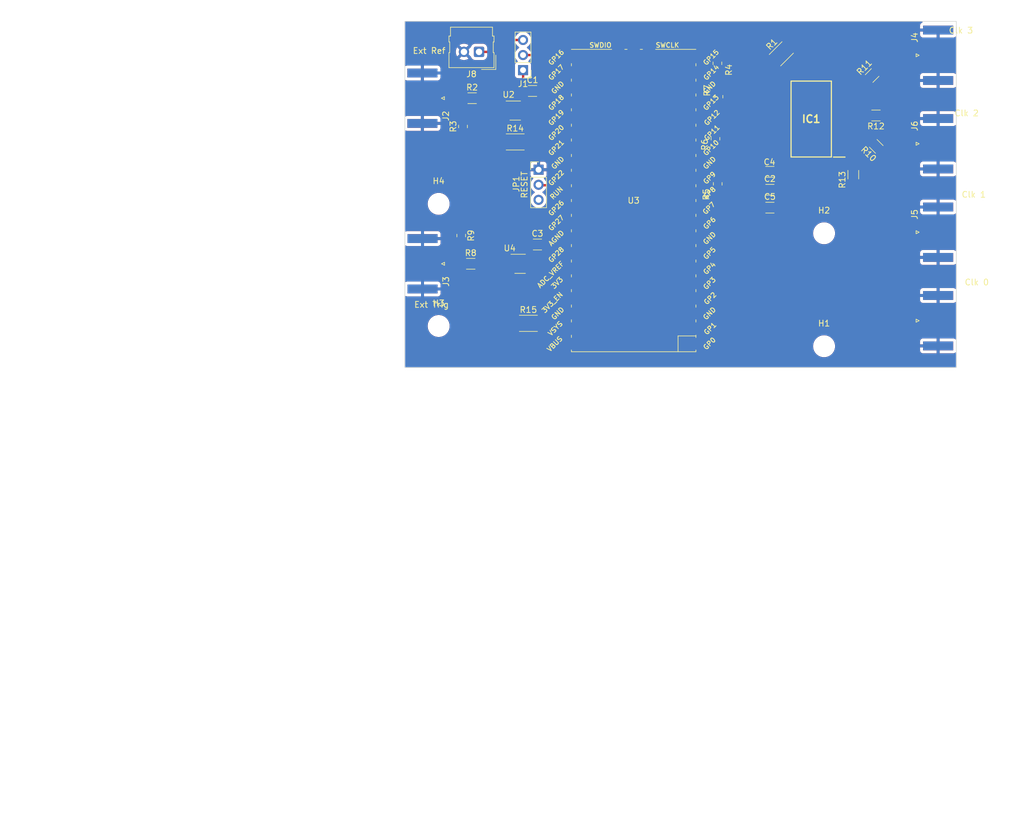
<source format=kicad_pcb>
(kicad_pcb (version 20221018) (generator pcbnew)
  (layers (0 "F.Cu" signal) (31 "B.Cu" signal) (34 "B.Paste" user) (35 "F.Paste" user) (36 "B.SilkS" user "B.Silkscreen") (37 "F.SilkS" user "F.Silkscreen") (38 "B.Mask" user) (39 "F.Mask" user) (44 "Edge.Cuts" user))
  (net 0 "")
  (net 1 "3_3V_Pico")
  (net 2 "GND")
  (net 3 "Net-(IC1-B0)")
  (net 4 "Net-(IC1-B2)")
  (net 5 "Net-(IC1-B4)")
  (net 6 "Net-(IC1-B6)")
  (net 7 "Net-(IC1-A6)")
  (net 8 "Net-(IC1-A4)")
  (net 9 "Net-(IC1-A2)")
  (net 10 "Net-(IC1-A0)")
  (net 11 "Net-(J2-In)")
  (net 12 "Net-(J3-In)")
  (net 13 "PC3")
  (net 14 "PC1")
  (net 15 "PC2")
  (net 16 "PC0")
  (net 18 "Net-(R2-Pad2)")
  (net 19 "Net-(R8-Pad2)")
  (net 21 "Net-(U3-GPIO20)")
  (net 46 "Net-(U3-GPIO0)")
  (net 49 "Net-(JP1-C)")
  (net 51 "Power Supply")
  (net 52 "EXT. PWR")
  (footprint "Connector_Coaxial:SMA_Amphenol_132289_EdgeMount" (layer "F.Cu") (at 176.9752 107.6444)
    (fp_text reference "J7" hide)
    (fp_text value "Pseudoclock 0")
    (pad "1" smd rect (at 0 0 90) (size 1.5 5.08) (layers "F.Cu" "F.Paste" "F.Mask") (net 16 "PC0"))
    (pad "2" smd rect (at 0 -4.25 90) (size 1.5 5.08) (layers "F.Cu" "F.Paste" "F.Mask") (net 2 "GND"))
    (pad "2" smd rect (at 0 -4.25 90) (size 1.5 5.08) (layers "B.Cu" "B.Paste" "B.Mask") (net 2 "GND"))
    (pad "2" smd rect (at 0 4.25 90) (size 1.5 5.08) (layers "F.Cu" "F.Paste" "F.Mask") (net 2 "GND"))
    (pad "2" smd rect (at 0 4.25 90) (size 1.5 5.08) (layers "B.Cu" "B.Paste" "B.Mask") (net 2 "GND"))
  )
  (footprint "Resistor_SMD:R_0805_2012Metric_Pad1.20x1.40mm_HandSolder" (layer "F.Cu") (at 96.5468 93.2888 -90)
    (fp_text reference "R9" (at 0 -1.65 90) (layer "F.SilkS"))
    (fp_text value "47k")
    (pad "1" smd roundrect (at -1 0 270) (size 1.2 1.4) (layers "F.Cu" "F.Paste" "F.Mask") (roundrect_rratio 0.2083333333) (net 2 "GND"))
    (pad "2" smd roundrect (at 1 0 270) (size 1.2 1.4) (layers "F.Cu" "F.Paste" "F.Mask") (roundrect_rratio 0.2083333333) (net 12 "Net-(J3-In)"))
  )
  (footprint "Resistor_SMD:R_2010_5025Metric_Pad1.40x2.65mm_HandSolder" (layer "F.Cu") (at 107.876 108.0892)
    (fp_text reference "R15" (at 0 -2.28) (layer "F.SilkS"))
    (fp_text value "0")
    (pad "1" smd roundrect (at -2.4 0) (size 1.4 2.65) (layers "F.Cu" "F.Paste" "F.Mask") (roundrect_rratio 0.1785707143) (net 2 "GND"))
    (pad "2" smd roundrect (at 2.4 0) (size 1.4 2.65) (layers "F.Cu" "F.Paste" "F.Mask") (roundrect_rratio 0.1785707143) (net 2 "GND"))
  )
  (footprint "Capacitor_SMD:C_1206_3216Metric_Pad1.33x1.80mm_HandSolder" (layer "F.Cu") (at 148.6017 82.5434)
    (fp_text reference "C4" (at -0.061 -1.65) (layer "F.SilkS"))
    (fp_text value "100n")
    (pad "1" smd roundrect (at -1.5625 0) (size 1.325 1.8) (layers "F.Cu" "F.Paste" "F.Mask") (roundrect_rratio 0.1886792453) (net 2 "GND"))
    (pad "2" smd roundrect (at 1.5625 0) (size 1.325 1.8) (layers "F.Cu" "F.Paste" "F.Mask") (roundrect_rratio 0.1886792453) (net 51 "Power Supply"))
  )
  (footprint "Capacitor_SMD:C_1206_3216Metric_Pad1.33x1.80mm_HandSolder" (layer "F.Cu") (at 148.6017 88.5834)
    (fp_text reference "C5" (at 0 -1.85) (layer "F.SilkS"))
    (fp_text value "10uF")
    (pad "1" smd roundrect (at -1.5625 0) (size 1.325 1.8) (layers "F.Cu" "F.Paste" "F.Mask") (roundrect_rratio 0.1886792453) (net 2 "GND"))
    (pad "2" smd roundrect (at 1.5625 0) (size 1.325 1.8) (layers "F.Cu" "F.Paste" "F.Mask") (roundrect_rratio 0.1886792453) (net 51 "Power Supply"))
  )
  (footprint "Package_TO_SOT_SMD:SOT-23-5_HandSoldering" (layer "F.Cu") (at 106.4768 98.0488)
    (fp_text reference "U4" (at -1.75 -2.63) (layer "F.SilkS"))
    (fp_text value "74LVC1G17")
    (pad "1" smd rect (at -1.35 -0.95) (size 1.56 0.65) (layers "F.Cu" "F.Paste" "F.Mask"))
    (pad "2" smd rect (at -1.35 0) (size 1.56 0.65) (layers "F.Cu" "F.Paste" "F.Mask") (net 19 "Net-(R8-Pad2)"))
    (pad "3" smd rect (at -1.35 0.95) (size 1.56 0.65) (layers "F.Cu" "F.Paste" "F.Mask") (net 2 "GND"))
    (pad "4" smd rect (at 1.35 0.95) (size 1.56 0.65) (layers "F.Cu" "F.Paste" "F.Mask") (net 46 "Net-(U3-GPIO0)"))
    (pad "5" smd rect (at 1.35 -0.95) (size 1.56 0.65) (layers "F.Cu" "F.Paste" "F.Mask") (net 1 "3_3V_Pico"))
  )
  (footprint "Resistor_SMD:R_1206_3216Metric_Pad1.30x1.75mm_HandSolder" (layer "F.Cu") (at 165.842 66.2962 -135)
    (fp_text reference "R11" (at -0.035 1.895 45) (layer "F.SilkS"))
    (fp_text value "49.9")
    (pad "1" smd roundrect (at -1.55 0 225) (size 1.3 1.75) (layers "F.Cu" "F.Paste" "F.Mask") (roundrect_rratio 0.1923076923) (net 13 "PC3"))
    (pad "2" smd roundrect (at 1.55 0 225) (size 1.3 1.75) (layers "F.Cu" "F.Paste" "F.Mask") (roundrect_rratio 0.1923076923) (net 7 "Net-(IC1-A6)"))
  )
  (footprint "Connector_Coaxial:SMA_Amphenol_132289_EdgeMount" (layer "F.Cu") (at 90.02 98.0468 180)
    (fp_text reference "J3" (at -3.96 -3 90) (layer "F.SilkS"))
    (fp_text value "Ext. Trig.")
    (pad "1" smd rect (at 0 0 270) (size 1.5 5.08) (layers "F.Cu" "F.Paste" "F.Mask") (net 12 "Net-(J3-In)"))
    (pad "2" smd rect (at 0 -4.25 270) (size 1.5 5.08) (layers "F.Cu" "F.Paste" "F.Mask") (net 2 "GND"))
    (pad "2" smd rect (at 0 -4.25 270) (size 1.5 5.08) (layers "B.Cu" "B.Paste" "B.Mask") (net 2 "GND"))
    (pad "2" smd rect (at 0 4.25 270) (size 1.5 5.08) (layers "F.Cu" "F.Paste" "F.Mask") (net 2 "GND"))
    (pad "2" smd rect (at 0 4.25 270) (size 1.5 5.08) (layers "B.Cu" "B.Paste" "B.Mask") (net 2 "GND"))
  )
  (footprint "MountingHole:MountingHole_3.2mm_M3_ISO7380" (layer "F.Cu") (at 92.742 87.9412)
    (fp_text reference "H4" (at 0 -3.85) (layer "F.SilkS"))
    (fp_text value "MountingHole")
    (pad "" np_thru_hole circle (at 0 0) (size 3.2 3.2) (drill 3.2) (layers "*.Cu" "*.Mask"))
  )
  (footprint "Resistor_SMD:R_1206_3216Metric_Pad1.30x1.75mm_HandSolder" (layer "F.Cu") (at 98.15055 98.0468)
    (fp_text reference "R8" (at 0 -1.82) (layer "F.SilkS"))
    (fp_text value "500")
    (pad "1" smd roundrect (at -1.55 0) (size 1.3 1.75) (layers "F.Cu" "F.Paste" "F.Mask") (roundrect_rratio 0.1923076923) (net 12 "Net-(J3-In)"))
    (pad "2" smd roundrect (at 1.55 0) (size 1.3 1.75) (layers "F.Cu" "F.Paste" "F.Mask") (roundrect_rratio 0.1923076923) (net 19 "Net-(R8-Pad2)"))
  )
  (footprint "Resistor_SMD:R_2010_5025Metric_Pad1.40x2.65mm_HandSolder" (layer "F.Cu") (at 150.5312 62.6354 45)
    (fp_text reference "R1" (at 0 -2.28 45) (layer "F.SilkS"))
    (fp_text value "0")
    (pad "1" smd roundrect (at -2.4 0 45) (size 1.4 2.65) (layers "F.Cu" "F.Paste" "F.Mask") (roundrect_rratio 0.1785707143) (net 2 "GND"))
    (pad "2" smd roundrect (at 2.4 0 45) (size 1.4 2.65) (layers "F.Cu" "F.Paste" "F.Mask") (roundrect_rratio 0.1785707143) (net 2 "GND"))
  )
  (footprint "Resistor_SMD:R_0805_2012Metric_Pad1.20x1.40mm_HandSolder" (layer "F.Cu") (at 139.752 64.2362 -90)
    (fp_text reference "R4" (at 1.11 -1.93 90) (layer "F.SilkS"))
    (fp_text value "10k")
    (pad "1" smd roundrect (at -1 0 270) (size 1.2 1.4) (layers "F.Cu" "F.Paste" "F.Mask") (roundrect_rratio 0.2083333333) (net 6 "Net-(IC1-B6)"))
    (pad "2" smd roundrect (at 1 0 270) (size 1.2 1.4) (layers "F.Cu" "F.Paste" "F.Mask") (roundrect_rratio 0.2083333333) (net 2 "GND"))
  )
  (footprint "Capacitor_SMD:C_1206_3216Metric_Pad1.33x1.80mm_HandSolder" (layer "F.Cu") (at 148.6017 85.5634)
    (fp_text reference "C2" (at 0 -1.85) (layer "F.SilkS"))
    (fp_text value ".1uF")
    (pad "1" smd roundrect (at -1.5625 0) (size 1.325 1.8) (layers "F.Cu" "F.Paste" "F.Mask") (roundrect_rratio 0.1886792453) (net 2 "GND"))
    (pad "2" smd roundrect (at 1.5625 0) (size 1.325 1.8) (layers "F.Cu" "F.Paste" "F.Mask") (roundrect_rratio 0.1886792453) (net 51 "Power Supply"))
  )
  (footprint "Resistor_SMD:R_0805_2012Metric_Pad1.20x1.40mm_HandSolder" (layer "F.Cu") (at 139.422 76.9562 90)
    (fp_text reference "R6" (at -1 -1.81 90) (layer "F.SilkS"))
    (fp_text value "10k")
    (pad "1" smd roundrect (at -1 0 90) (size 1.2 1.4) (layers "F.Cu" "F.Paste" "F.Mask") (roundrect_rratio 0.2083333333) (net 2 "GND"))
    (pad "2" smd roundrect (at 1 0 90) (size 1.2 1.4) (layers "F.Cu" "F.Paste" "F.Mask") (roundrect_rratio 0.2083333333) (net 4 "Net-(IC1-B2)"))
  )
  (footprint "Connector_Coaxial:SMA_Amphenol_132289_EdgeMount" (layer "F.Cu") (at 176.9752 77.8044)
    (fp_text reference "J6" (at -3.96 -3 90) (layer "F.SilkS"))
    (fp_text value "Pseudoclock 2")
    (pad "1" smd rect (at 0 0 90) (size 1.5 5.08) (layers "F.Cu" "F.Paste" "F.Mask") (net 15 "PC2"))
    (pad "2" smd rect (at 0 -4.25 90) (size 1.5 5.08) (layers "F.Cu" "F.Paste" "F.Mask") (net 2 "GND"))
    (pad "2" smd rect (at 0 -4.25 90) (size 1.5 5.08) (layers "B.Cu" "B.Paste" "B.Mask") (net 2 "GND"))
    (pad "2" smd rect (at 0 4.25 90) (size 1.5 5.08) (layers "F.Cu" "F.Paste" "F.Mask") (net 2 "GND"))
    (pad "2" smd rect (at 0 4.25 90) (size 1.5 5.08) (layers "B.Cu" "B.Paste" "B.Mask") (net 2 "GND"))
  )
  (footprint "Resistor_SMD:R_1206_3216Metric_Pad1.30x1.75mm_HandSolder" (layer "F.Cu") (at 166.492 73.0362 180)
    (fp_text reference "R12" (at 0 -1.82) (layer "F.SilkS"))
    (fp_text value "49.9")
    (pad "1" smd roundrect (at -1.55 0 180) (size 1.3 1.75) (layers "F.Cu" "F.Paste" "F.Mask") (roundrect_rratio 0.1923076923) (net 15 "PC2"))
    (pad "2" smd roundrect (at 1.55 0 180) (size 1.3 1.75) (layers "F.Cu" "F.Paste" "F.Mask") (roundrect_rratio 0.1923076923) (net 8 "Net-(IC1-A4)"))
  )
  (footprint "Connector_Coaxial:SMA_Amphenol_132289_EdgeMount" (layer "F.Cu") (at 176.9752 62.8844)
    (fp_text reference "J4" (at -3.96 -3 90) (layer "F.SilkS"))
    (fp_text value "Pseudoclock 3")
    (pad "1" smd rect (at 0 0 90) (size 1.5 5.08) (layers "F.Cu" "F.Paste" "F.Mask") (net 13 "PC3"))
    (pad "2" smd rect (at 0 -4.25 90) (size 1.5 5.08) (layers "F.Cu" "F.Paste" "F.Mask") (net 2 "GND"))
    (pad "2" smd rect (at 0 -4.25 90) (size 1.5 5.08) (layers "B.Cu" "B.Paste" "B.Mask") (net 2 "GND"))
    (pad "2" smd rect (at 0 4.25 90) (size 1.5 5.08) (layers "F.Cu" "F.Paste" "F.Mask") (net 2 "GND"))
    (pad "2" smd rect (at 0 4.25 90) (size 1.5 5.08) (layers "B.Cu" "B.Paste" "B.Mask") (net 2 "GND"))
  )
  (footprint "Capacitor_SMD:C_1206_3216Metric_Pad1.33x1.80mm_HandSolder" (layer "F.Cu") (at 109.4022 94.7994)
    (fp_text reference "C3" (at 0 -1.85) (layer "F.SilkS"))
    (fp_text value "100n")
    (pad "1" smd roundrect (at -1.5625 0) (size 1.325 1.8) (layers "F.Cu" "F.Paste" "F.Mask") (roundrect_rratio 0.1886792453) (net 1 "3_3V_Pico"))
    (pad "2" smd roundrect (at 1.5625 0) (size 1.325 1.8) (layers "F.Cu" "F.Paste" "F.Mask") (roundrect_rratio 0.1886792453) (net 2 "GND"))
  )
  (footprint "Connector_PinHeader_2.54mm:PinHeader_1x03_P2.54mm_Vertical" (layer "F.Cu") (at 106.9702 65.3854 180)
    (fp_text reference "J1" (at 0 -2.33) (layer "F.SilkS"))
    (fp_text value "PWR SEL")
    (pad "1" thru_hole rect (at 0 0 180) (size 1.7 1.7) (drill 1) (layers "*.Cu" "*.Mask") (net 1 "3_3V_Pico"))
    (pad "2" thru_hole oval (at 0 2.54 180) (size 1.7 1.7) (drill 1) (layers "*.Cu" "*.Mask") (net 51 "Power Supply"))
    (pad "3" thru_hole oval (at 0 5.08 180) (size 1.7 1.7) (drill 1) (layers "*.Cu" "*.Mask") (net 52 "EXT. PWR"))
  )
  (footprint "MountingHole:MountingHole_3.2mm_M3_ISO7380" (layer "F.Cu") (at 157.742 111.9522)
    (fp_text reference "H1" (at 0 -3.85) (layer "F.SilkS"))
    (fp_text value "MountingHole")
    (pad "" np_thru_hole circle (at 0 0) (size 3.2 3.2) (drill 3.2) (layers "*.Cu" "*.Mask"))
  )
  (footprint "Connector_Coaxial:SMA_Amphenol_132289_EdgeMount" (layer "F.Cu") (at 89.9993 70.1228 180)
    (fp_text reference "J2" (at -3.96 -3 90) (layer "F.SilkS"))
    (fp_text value "Ext. Clock")
    (pad "1" smd rect (at 0 0 270) (size 1.5 5.08) (layers "F.Cu" "F.Paste" "F.Mask") (net 11 "Net-(J2-In)"))
    (pad "2" smd rect (at 0 -4.25 270) (size 1.5 5.08) (layers "F.Cu" "F.Paste" "F.Mask") (net 2 "GND"))
    (pad "2" smd rect (at 0 -4.25 270) (size 1.5 5.08) (layers "B.Cu" "B.Paste" "B.Mask") (net 2 "GND"))
    (pad "2" smd rect (at 0 4.25 270) (size 1.5 5.08) (layers "F.Cu" "F.Paste" "F.Mask") (net 2 "GND"))
    (pad "2" smd rect (at 0 4.25 270) (size 1.5 5.08) (layers "B.Cu" "B.Paste" "B.Mask") (net 2 "GND"))
  )
  (footprint "Resistor_SMD:R_0805_2012Metric_Pad1.20x1.40mm_HandSolder" (layer "F.Cu") (at 139.802 84.5662 90)
    (fp_text reference "R5" (at -1.78 -1.93 90) (layer "F.SilkS"))
    (fp_text value "10k")
    (pad "1" smd roundrect (at -1 0 90) (size 1.2 1.4) (layers "F.Cu" "F.Paste" "F.Mask") (roundrect_rratio 0.2083333333) (net 2 "GND"))
    (pad "2" smd roundrect (at 1 0 90) (size 1.2 1.4) (layers "F.Cu" "F.Paste" "F.Mask") (roundrect_rratio 0.2083333333) (net 3 "Net-(IC1-B0)"))
  )
  (footprint "MountingHole:MountingHole_3.2mm_M3_ISO7380" (layer "F.Cu") (at 157.742 92.9022)
    (fp_text reference "H2" (at 0 -3.85) (layer "F.SilkS"))
    (fp_text value "MountingHole")
    (pad "" np_thru_hole circle (at 0 0) (size 3.2 3.2) (drill 3.2) (layers "*.Cu" "*.Mask"))
  )
  (footprint "Resistor_SMD:R_0805_2012Metric_Pad1.20x1.40mm_HandSolder" (layer "F.Cu") (at 139.932 69.8662 90)
    (fp_text reference "R7" (at 1.04 -1.92 90) (layer "F.SilkS"))
    (fp_text value "10k")
    (pad "1" smd roundrect (at -1 0 90) (size 1.2 1.4) (layers "F.Cu" "F.Paste" "F.Mask") (roundrect_rratio 0.2083333333) (net 5 "Net-(IC1-B4)"))
    (pad "2" smd roundrect (at 1 0 90) (size 1.2 1.4) (layers "F.Cu" "F.Paste" "F.Mask") (roundrect_rratio 0.2083333333) (net 2 "GND"))
  )
  (footprint "Package_TO_SOT_SMD:SOT-23-5_HandSoldering" (layer "F.Cu") (at 105.6562 72.2104)
    (fp_text reference "U2" (at -1.1176 -2.6924) (layer "F.SilkS"))
    (fp_text value "74LVC1G34")
    (pad "1" smd rect (at -1.35 -0.95) (size 1.56 0.65) (layers "F.Cu" "F.Paste" "F.Mask"))
    (pad "2" smd rect (at -1.35 0) (size 1.56 0.65) (layers "F.Cu" "F.Paste" "F.Mask") (net 18 "Net-(R2-Pad2)"))
    (pad "3" smd rect (at -1.35 0.95) (size 1.56 0.65) (layers "F.Cu" "F.Paste" "F.Mask") (net 2 "GND"))
    (pad "4" smd rect (at 1.35 0.95) (size 1.56 0.65) (layers "F.Cu" "F.Paste" "F.Mask") (net 21 "Net-(U3-GPIO20)"))
    (pad "5" smd rect (at 1.35 -0.95) (size 1.56 0.65) (layers "F.Cu" "F.Paste" "F.Mask") (net 1 "3_3V_Pico"))
  )
  (footprint "Resistor_SMD:R_1206_3216Metric_Pad1.30x1.75mm_HandSolder" (layer "F.Cu") (at 162.672 83.0162 90)
    (fp_text reference "R13" (at -0.87 -1.86 90) (layer "F.SilkS"))
    (fp_text value "49.9")
    (pad "1" smd roundrect (at -1.55 0 90) (size 1.3 1.75) (layers "F.Cu" "F.Paste" "F.Mask") (roundrect_rratio 0.1923076923) (net 16 "PC0"))
    (pad "2" smd roundrect (at 1.55 0 90) (size 1.3 1.75) (layers "F.Cu" "F.Paste" "F.Mask") (roundrect_rratio 0.1923076923) (net 10 "Net-(IC1-A0)"))
  )
  (footprint "MCU_RaspberryPi_and_Boards:RPi_Pico_SMD" (layer "F.Cu") (at 125.6246 87.3808 180)
    (fp_text reference "U3" (at 0 0) (layer "F.SilkS"))
    (fp_text value "Pico")
    (fp_text user "VBUS" (at 13.3 -24.2 45) (layer "F.SilkS") (effects (font (size 0.8 0.8))))
    (fp_text user "ADC_VREF" (at 14 -12.5 45) (layer "F.SilkS") (effects (font (size 0.8 0.8))))
    (fp_text user "GND" (at 12.8 6.35 45) (layer "F.SilkS") (effects (font (size 0.8 0.8))))
    (fp_text user "GP20" (at 13.054 11.43 45) (layer "F.SilkS") (effects (font (size 0.8 0.8))))
    (fp_text user "GP14" (at -13.1 21.59 45) (layer "F.SilkS") (effects (font (size 0.8 0.8))))
    (fp_text user "GP16" (at 13.054 24.13 45) (layer "F.SilkS") (effects (font (size 0.8 0.8))))
    (fp_text user "GP26" (at 13.054 -1.27 45) (layer "F.SilkS") (effects (font (size 0.8 0.8))))
    (fp_text user "AGND" (at 13.054 -6.35 45) (layer "F.SilkS") (effects (font (size 0.8 0.8))))
    (fp_text user "GP11" (at -13.2 11.43 45) (layer "F.SilkS") (effects (font (size 0.8 0.8))))
    (fp_text user "VSYS" (at 13.2 -21.59 45) (layer "F.SilkS") (effects (font (size 0.8 0.8))))
    (fp_text user "GND" (at 12.8 19.05 45) (layer "F.SilkS") (effects (font (size 0.8 0.8))))
    (fp_text user "GP12" (at -13.2 13.97 45) (layer "F.SilkS") (effects (font (size 0.8 0.8))))
    (fp_text user "GP28" (at 13.054 -9.144 45) (layer "F.SilkS") (effects (font (size 0.8 0.8))))
    (fp_text user "3V3" (at 12.9 -13.9 45) (layer "F.SilkS") (effects (font (size 0.8 0.8))))
    (fp_text user "GP3" (at -12.8 -13.97 45) (layer "F.SilkS") (effects (font (size 0.8 0.8))))
    (fp_text user "GP13" (at -13.054 16.51 45) (layer "F.SilkS") (effects (font (size 0.8 0.8))))
    (fp_text user "GND" (at 12.8 -19.05 45) (layer "F.SilkS") (effects (font (size 0.8 0.8))))
    (fp_text user "GND" (at -12.8 -6.35 45) (layer "F.SilkS") (effects (font (size 0.8 0.8))))
    (fp_text user "GP22" (at 13.054 3.81 45) (layer "F.SilkS") (effects (font (size 0.8 0.8))))
    (fp_text user "RUN" (at 13 1.27 45) (layer "F.SilkS") (effects (font (size 0.8 0.8))))
    (fp_text user "3V3_EN" (at 13.7 -17.2 45) (layer "F.SilkS") (effects (font (size 0.8 0.8))))
    (fp_text user "GP17" (at 13.054 21.59 45) (layer "F.SilkS") (effects (font (size 0.8 0.8))))
    (fp_text user "GP1" (at -12.9 -21.6 45) (layer "F.SilkS") (effects (font (size 0.8 0.8))))
    (fp_text user "GP6" (at -12.8 -3.81 45) (layer "F.SilkS") (effects (font (size 0.8 0.8))))
    (fp_text user "GP21" (at 13.054 8.9 45) (layer "F.SilkS") (effects (font (size 0.8 0.8))))
    (fp_text user "GND" (at -12.8 19.05 45) (layer "F.SilkS") (effects (font (size 0.8 0.8))))
    (fp_text user "GP19" (at 13.054 13.97 45) (layer "F.SilkS") (effects (font (size 0.8 0.8))))
    (fp_text user "GP0" (at -12.8 -24.13 45) (layer "F.SilkS") (effects (font (size 0.8 0.8))))
    (fp_text user "GND" (at -12.8 6.35 45) (layer "F.SilkS") (effects (font (size 0.8 0.8))))
    (fp_text user "GP9" (at -12.8 3.81 45) (layer "F.SilkS") (effects (font (size 0.8 0.8))))
    (fp_text user "SWCLK" (at -5.7 26.2) (layer "F.SilkS") (effects (font (size 0.8 0.8))))
    (fp_text user "GP4" (at -12.8 -11.43 45) (layer "F.SilkS") (effects (font (size 0.8 0.8))))
    (fp_text user "GP7" (at -12.7 -1.3 45) (layer "F.SilkS") (effects (font (size 0.8 0.8))))
    (fp_text user "GP8" (at -12.8 1.27 45) (layer "F.SilkS") (effects (font (size 0.8 0.8))))
    (fp_text user "GP27" (at 13.054 -3.8 45) (layer "F.SilkS") (effects (font (size 0.8 0.8))))
    (fp_text user "SWDIO" (at 5.6 26.2) (layer "F.SilkS") (effects (font (size 0.8 0.8))))
    (fp_text user "GP2" (at -12.9 -16.51 45) (layer "F.SilkS") (effects (font (size 0.8 0.8))))
    (fp_text user "GP10" (at -13.054 8.89 45) (layer "F.SilkS") (effects (font (size 0.8 0.8))))
    (fp_text user "GP5" (at -12.8 -8.89 45) (layer "F.SilkS") (effects (font (size 0.8 0.8))))
    (fp_text user "GP18" (at 13.054 16.51 45) (layer "F.SilkS") (effects (font (size 0.8 0.8))))
    (fp_text user "GND" (at -12.8 -19.05 45) (layer "F.SilkS") (effects (font (size 0.8 0.8))))
    (fp_text user "GP15" (at -13.054 24.13 45) (layer "F.SilkS") (effects (font (size 0.8 0.8))))
    (pad "1" smd rect (at -8.89 -24.13 180) (size 3.5 1.7) (drill (offset -0.9 0)) (layers "F.Cu" "F.Mask") (net 46 "Net-(U3-GPIO0)"))
    (pad "2" smd rect (at -8.89 -21.59 180) (size 3.5 1.7) (drill (offset -0.9 0)) (layers "F.Cu" "F.Mask"))
    (pad "3" smd rect (at -8.89 -19.05 180) (size 3.5 1.7) (drill (offset -0.9 0)) (layers "F.Cu" "F.Mask") (net 2 "GND"))
    (pad "4" smd rect (at -8.89 -16.51 180) (size 3.5 1.7) (drill (offset -0.9 0)) (layers "F.Cu" "F.Mask"))
    (pad "5" smd rect (at -8.89 -13.97 180) (size 3.5 1.7) (drill (offset -0.9 0)) (layers "F.Cu" "F.Mask"))
    (pad "6" smd rect (at -8.89 -11.43 180) (size 3.5 1.7) (drill (offset -0.9 0)) (layers "F.Cu" "F.Mask"))
    (pad "7" smd rect (at -8.89 -8.89 180) (size 3.5 1.7) (drill (offset -0.9 0)) (layers "F.Cu" "F.Mask"))
    (pad "8" smd rect (at -8.89 -6.35 180) (size 3.5 1.7) (drill (offset -0.9 0)) (layers "F.Cu" "F.Mask") (net 2 "GND"))
    (pad "9" smd rect (at -8.89 -3.81 180) (size 3.5 1.7) (drill (offset -0.9 0)) (layers "F.Cu" "F.Mask"))
    (pad "10" smd rect (at -8.89 -1.27 180) (size 3.5 1.7) (drill (offset -0.9 0)) (layers "F.Cu" "F.Mask"))
    (pad "11" smd rect (at -8.89 1.27 180) (size 3.5 1.7) (drill (offset -0.9 0)) (layers "F.Cu" "F.Mask"))
    (pad "12" smd rect (at -8.89 3.81 180) (size 3.5 1.7) (drill (offset -0.9 0)) (layers "F.Cu" "F.Mask") (net 3 "Net-(IC1-B0)"))
    (pad "13" smd rect (at -8.89 6.35 180) (size 3.5 1.7) (drill (offset -0.9 0)) (layers "F.Cu" "F.Mask") (net 2 "GND"))
    (pad "14" smd rect (at -8.89 8.89 180) (size 3.5 1.7) (drill (offset -0.9 0)) (layers "F.Cu" "F.Mask"))
    (pad "15" smd rect (at -8.89 11.43 180) (size 3.5 1.7) (drill (offset -0.9 0)) (layers "F.Cu" "F.Mask") (net 4 "Net-(IC1-B2)"))
    (pad "16" smd rect (at -8.89 13.97 180) (size 3.5 1.7) (drill (offset -0.9 0)) (layers "F.Cu" "F.Mask"))
    (pad "17" smd rect (at -8.89 16.51 180) (size 3.5 1.7) (drill (offset -0.9 0)) (layers "F.Cu" "F.Mask") (net 5 "Net-(IC1-B4)"))
    (pad "18" smd rect (at -8.89 19.05 180) (size 3.5 1.7) (drill (offset -0.9 0)) (layers "F.Cu" "F.Mask") (net 2 "GND"))
    (pad "19" smd rect (at -8.89 21.59 180) (size 3.5 1.7) (drill (offset -0.9 0)) (layers "F.Cu" "F.Mask"))
    (pad "20" smd rect (at -8.89 24.13 180) (size 3.5 1.7) (drill (offset -0.9 0)) (layers "F.Cu" "F.Mask") (net 6 "Net-(IC1-B6)"))
    (pad "21" smd rect (at 8.89 24.13 180) (size 3.5 1.7) (drill (offset 0.9 0)) (layers "F.Cu" "F.Mask"))
    (pad "22" smd rect (at 8.89 21.59 180) (size 3.5 1.7) (drill (offset 0.9 0)) (layers "F.Cu" "F.Mask"))
    (pad "23" smd rect (at 8.89 19.05 180) (size 3.5 1.7) (drill (offset 0.9 0)) (layers "F.Cu" "F.Mask") (net 2 "GND"))
    (pad "24" smd rect (at 8.89 16.51 180) (size 3.5 1.7) (drill (offset 0.9 0)) (layers "F.Cu" "F.Mask"))
    (pad "25" smd rect (at 8.89 13.97 180) (size 3.5 1.7) (drill (offset 0.9 0)) (layers "F.Cu" "F.Mask"))
    (pad "26" smd rect (at 8.89 11.43 180) (size 3.5 1.7) (drill (offset 0.9 0)) (layers "F.Cu" "F.Mask") (net 21 "Net-(U3-GPIO20)"))
    (pad "27" smd rect (at 8.89 8.89 180) (size 3.5 1.7) (drill (offset 0.9 0)) (layers "F.Cu" "F.Mask"))
    (pad "28" smd rect (at 8.89 6.35 180) (size 3.5 1.7) (drill (offset 0.9 0)) (layers "F.Cu" "F.Mask") (net 2 "GND"))
    (pad "29" smd rect (at 8.89 3.81 180) (size 3.5 1.7) (drill (offset 0.9 0)) (layers "F.Cu" "F.Mask"))
    (pad "30" smd rect (at 8.89 1.27 180) (size 3.5 1.7) (drill (offset 0.9 0)) (layers "F.Cu" "F.Mask") (net 49 "Net-(JP1-C)"))
    (pad "31" smd rect (at 8.89 -1.27 180) (size 3.5 1.7) (drill (offset 0.9 0)) (layers "F.Cu" "F.Mask"))
    (pad "32" smd rect (at 8.89 -3.81 180) (size 3.5 1.7) (drill (offset 0.9 0)) (layers "F.Cu" "F.Mask"))
    (pad "33" smd rect (at 8.89 -6.35 180) (size 3.5 1.7) (drill (offset 0.9 0)) (layers "F.Cu" "F.Mask") (net 2 "GND"))
    (pad "34" smd rect (at 8.89 -8.89 180) (size 3.5 1.7) (drill (offset 0.9 0)) (layers "F.Cu" "F.Mask"))
    (pad "35" smd rect (at 8.89 -11.43 180) (size 3.5 1.7) (drill (offset 0.9 0)) (layers "F.Cu" "F.Mask"))
    (pad "36" smd rect (at 8.89 -13.97 180) (size 3.5 1.7) (drill (offset 0.9 0)) (layers "F.Cu" "F.Mask") (net 1 "3_3V_Pico"))
    (pad "37" smd rect (at 8.89 -16.51 180) (size 3.5 1.7) (drill (offset 0.9 0)) (layers "F.Cu" "F.Mask"))
    (pad "38" smd rect (at 8.89 -19.05 180) (size 3.5 1.7) (drill (offset 0.9 0)) (layers "F.Cu" "F.Mask") (net 2 "GND"))
    (pad "39" smd rect (at 8.89 -21.59 180) (size 3.5 1.7) (drill (offset 0.9 0)) (layers "F.Cu" "F.Mask"))
    (pad "40" smd rect (at 8.89 -24.13 180) (size 3.5 1.7) (drill (offset 0.9 0)) (layers "F.Cu" "F.Mask"))
    (pad "41" smd rect (at -2.54 23.9 270) (size 3.5 1.7) (drill (offset -0.9 0)) (layers "F.Cu" "F.Mask"))
    (pad "42" smd rect (at 0 23.9 270) (size 3.5 1.7) (drill (offset -0.9 0)) (layers "F.Cu" "F.Mask") (net 2 "GND"))
    (pad "43" smd rect (at 2.54 23.9 270) (size 3.5 1.7) (drill (offset -0.9 0)) (layers "F.Cu" "F.Mask"))
  )
  (footprint "Resistor_SMD:R_1206_3216Metric_Pad1.30x1.75mm_HandSolder" (layer "F.Cu") (at 166.542 78.2462 135)
    (fp_text reference "R10" (at 0 -1.82 135) (layer "F.SilkS"))
    (fp_text value "49.9")
    (pad "1" smd roundrect (at -1.55 0 135) (size 1.3 1.75) (layers "F.Cu" "F.Paste" "F.Mask") (roundrect_rratio 0.1923076923) (net 14 "PC1"))
    (pad "2" smd roundrect (at 1.55 0 135) (size 1.3 1.75) (layers "F.Cu" "F.Paste" "F.Mask") (roundrect_rratio 0.1923076923) (net 9 "Net-(IC1-A2)"))
  )
  (footprint "Connector_Molex:Molex_SL_171971-0002_1x02_P2.54mm_Vertical" (layer "F.Cu") (at 99.5482 62.3094 180)
    (fp_text reference "J8" (at 1.27 -3.75) (layer "F.SilkS"))
    (fp_text value "EXT PWR")
    (pad "1" thru_hole roundrect (at 0 0 180) (size 1.74 1.74) (drill 1.09) (layers "*.Cu" "*.Mask") (roundrect_rratio 0.1436781609) (net 52 "EXT. PWR"))
    (pad "2" thru_hole circle (at 2.54 0 180) (size 1.74 1.74) (drill 1.09) (layers "*.Cu" "*.Mask") (net 2 "GND"))
  )
  (footprint "Connector_Coaxial:SMA_Amphenol_132289_EdgeMount" (layer "F.Cu") (at 176.9752 92.7244)
    (fp_text reference "J5" (at -3.96 -3 90) (layer "F.SilkS"))
    (fp_text value "Pseudoclock 1")
    (pad "1" smd rect (at 0 0 90) (size 1.5 5.08) (layers "F.Cu" "F.Paste" "F.Mask") (net 14 "PC1"))
    (pad "2" smd rect (at 0 -4.25 90) (size 1.5 5.08) (layers "F.Cu" "F.Paste" "F.Mask") (net 2 "GND"))
    (pad "2" smd rect (at 0 -4.25 90) (size 1.5 5.08) (layers "B.Cu" "B.Paste" "B.Mask") (net 2 "GND"))
    (pad "2" smd rect (at 0 4.25 90) (size 1.5 5.08) (layers "F.Cu" "F.Paste" "F.Mask") (net 2 "GND"))
    (pad "2" smd rect (at 0 4.25 90) (size 1.5 5.08) (layers "B.Cu" "B.Paste" "B.Mask") (net 2 "GND"))
  )
  (footprint "Resistor_SMD:R_1206_3216Metric_Pad1.30x1.75mm_HandSolder" (layer "F.Cu") (at 98.3868 70.1228)
    (fp_text reference "R2" (at 0 -1.82) (layer "F.SilkS"))
    (fp_text value "500")
    (pad "1" smd roundrect (at -1.55 0) (size 1.3 1.75) (layers "F.Cu" "F.Paste" "F.Mask") (roundrect_rratio 0.1923076923) (net 11 "Net-(J2-In)"))
    (pad "2" smd roundrect (at 1.55 0) (size 1.3 1.75) (layers "F.Cu" "F.Paste" "F.Mask") (roundrect_rratio 0.1923076923) (net 18 "Net-(R2-Pad2)"))
  )
  (footprint "MountingHole:MountingHole_3.2mm_M3_ISO7380" (layer "F.Cu") (at 92.742 108.5412)
    (fp_text reference "H3" (at 0 -3.85) (layer "F.SilkS"))
    (fp_text value "MountingHole")
    (pad "" np_thru_hole circle (at 0 0) (size 3.2 3.2) (drill 3.2) (layers "*.Cu" "*.Mask"))
  )
  (footprint "Resistor_SMD:R_0805_2012Metric_Pad1.20x1.40mm_HandSolder" (layer "F.Cu") (at 96.8468 74.8888 90)
    (fp_text reference "R3" (at 0 -1.65 90) (layer "F.SilkS"))
    (fp_text value "47k")
    (pad "1" smd roundrect (at -1 0 90) (size 1.2 1.4) (layers "F.Cu" "F.Paste" "F.Mask") (roundrect_rratio 0.2083333333) (net 2 "GND"))
    (pad "2" smd roundrect (at 1 0 90) (size 1.2 1.4) (layers "F.Cu" "F.Paste" "F.Mask") (roundrect_rratio 0.2083333333) (net 11 "Net-(J2-In)"))
  )
  (footprint "Capacitor_SMD:C_1206_3216Metric_Pad1.33x1.80mm_HandSolder" (layer "F.Cu") (at 108.5732 68.9004)
    (fp_text reference "C1" (at 0 -1.85) (layer "F.SilkS"))
    (fp_text value "100n")
    (pad "1" smd roundrect (at -1.5625 0) (size 1.325 1.8) (layers "F.Cu" "F.Paste" "F.Mask") (roundrect_rratio 0.1886792453) (net 1 "3_3V_Pico"))
    (pad "2" smd roundrect (at 1.5625 0) (size 1.325 1.8) (layers "F.Cu" "F.Paste" "F.Mask") (roundrect_rratio 0.1886792453) (net 2 "GND"))
  )
  (footprint "Resistor_SMD:R_2010_5025Metric_Pad1.40x2.65mm_HandSolder" (layer "F.Cu") (at 105.6522 77.4954)
    (fp_text reference "R14" (at 0 -2.28) (layer "F.SilkS"))
    (fp_text value "0")
    (pad "1" smd roundrect (at -2.4 0) (size 1.4 2.65) (layers "F.Cu" "F.Paste" "F.Mask") (roundrect_rratio 0.1785707143) (net 2 "GND"))
    (pad "2" smd roundrect (at 2.4 0) (size 1.4 2.65) (layers "F.Cu" "F.Paste" "F.Mask") (roundrect_rratio 0.1785707143) (net 2 "GND"))
  )
  (footprint "ICs:SOIC127P1032X265-20N" (layer "F.Cu") (at 155.572 73.6362 180)
    (fp_text reference "IC1" (at 0 0) (layer "F.SilkS") (effects (font (size 1.27 1.27) (thickness 0.254))))
    (fp_text value "74LVT245D,118" hide)
    (pad "1" smd rect (at -4.725 -5.715 270) (size 0.7 1.95) (layers "F.Cu" "F.Paste" "F.Mask") (net 2 "GND"))
    (pad "2" smd rect (at -4.725 -4.445 270) (size 0.7 1.95) (layers "F.Cu" "F.Paste" "F.Mask") (net 10 "Net-(IC1-A0)"))
    (pad "3" smd rect (at -4.725 -3.175 270) (size 0.7 1.95) (layers "F.Cu" "F.Paste" "F.Mask") (net 10 "Net-(IC1-A0)"))
    (pad "4" smd rect (at -4.725 -1.905 270) (size 0.7 1.95) (layers "F.Cu" "F.Paste" "F.Mask") (net 9 "Net-(IC1-A2)"))
    (pad "5" smd rect (at -4.725 -0.635 270) (size 0.7 1.95) (layers "F.Cu" "F.Paste" "F.Mask") (net 9 "Net-(IC1-A2)"))
    (pad "6" smd rect (at -4.725 0.635 270) (size 0.7 1.95) (layers "F.Cu" "F.Paste" "F.Mask") (net 8 "Net-(IC1-A4)"))
    (pad "7" smd rect (at -4.725 1.905 270) (size 0.7 1.95) (layers "F.Cu" "F.Paste" "F.Mask") (net 8 "Net-(IC1-A4)"))
    (pad "8" smd rect (at -4.725 3.175 270) (size 0.7 1.95) (layers "F.Cu" "F.Paste" "F.Mask") (net 7 "Net-(IC1-A6)"))
    (pad "9" smd rect (at -4.725 4.445 270) (size 0.7 1.95) (layers "F.Cu" "F.Paste" "F.Mask") (net 7 "Net-(IC1-A6)"))
    (pad "10" smd rect (at -4.725 5.715 270) (size 0.7 1.95) (layers "F.Cu" "F.Paste" "F.Mask") (net 2 "GND"))
    (pad "11" smd rect (at 4.725 5.715 270) (size 0.7 1.95) (layers "F.Cu" "F.Paste" "F.Mask") (net 6 "Net-(IC1-B6)"))
    (pad "12" smd rect (at 4.725 4.445 270) (size 0.7 1.95) (layers "F.Cu" "F.Paste" "F.Mask") (net 6 "Net-(IC1-B6)"))
    (pad "13" smd rect (at 4.725 3.175 270) (size 0.7 1.95) (layers "F.Cu" "F.Paste" "F.Mask") (net 5 "Net-(IC1-B4)"))
    (pad "14" smd rect (at 4.725 1.905 270) (size 0.7 1.95) (layers "F.Cu" "F.Paste" "F.Mask") (net 5 "Net-(IC1-B4)"))
    (pad "15" smd rect (at 4.725 0.635 270) (size 0.7 1.95) (layers "F.Cu" "F.Paste" "F.Mask") (net 4 "Net-(IC1-B2)"))
    (pad "16" smd rect (at 4.725 -0.635 270) (size 0.7 1.95) (layers "F.Cu" "F.Paste" "F.Mask") (net 4 "Net-(IC1-B2)"))
    (pad "17" smd rect (at 4.725 -1.905 270) (size 0.7 1.95) (layers "F.Cu" "F.Paste" "F.Mask") (net 3 "Net-(IC1-B0)"))
    (pad "18" smd rect (at 4.725 -3.175 270) (size 0.7 1.95) (layers "F.Cu" "F.Paste" "F.Mask") (net 3 "Net-(IC1-B0)"))
    (pad "19" smd rect (at 4.725 -4.445 270) (size 0.7 1.95) (layers "F.Cu" "F.Paste" "F.Mask") (net 2 "GND"))
    (pad "20" smd rect (at 4.725 -5.715 270) (size 0.7 1.95) (layers "F.Cu" "F.Paste" "F.Mask") (net 51 "Power Supply"))
  )
  (footprint "Connector_PinHeader_2.54mm:PinHeader_1x03_P2.54mm_Vertical" (layer "F.Cu") (at 109.5912 82.1834)
    (fp_text reference "JP1" (at -3.7592 2.413 90) (layer "F.SilkS"))
    (fp_text value "RESET" (at -2.3876 2.54 90) (layer "F.SilkS"))
    (pad "1" thru_hole rect (at 0 0) (size 1.7 1.7) (drill 1) (layers "*.Cu" "*.Mask") (net 2 "GND"))
    (pad "2" thru_hole oval (at 0 2.54) (size 1.7 1.7) (drill 1) (layers "*.Cu" "*.Mask") (net 49 "Net-(JP1-C)"))
    (pad "3" thru_hole oval (at 0 5.08) (size 1.7 1.7) (drill 1) (layers "*.Cu" "*.Mask"))
  )
  (gr_rect (start 87.042 57.1638) (end 180.042 115.5332) (stroke (width 0.1)) (fill none) (layer "Edge.Cuts"))
  (gr_text "Ext Ref" (at 91.1368 62.1228) (layer "F.SilkS") (effects (font (size 1 1))))
  (gr_text "Clk 3" (at 180.8268 58.6988) (layer "F.SilkS") (effects (font (size 1 1))))
  (gr_text "Clk 0" (at 183.4968 101.1688) (layer "F.SilkS") (effects (font (size 1 1))))
  (gr_text "Ext Trig" (at 91.54055 104.9368) (layer "F.SilkS") (effects (font (size 1 1))))
  (gr_text "Clk 1" (at 182.9868 86.3788) (layer "F.SilkS") (effects (font (size 1 1))))
  (gr_text "Clk 2" (at 181.7768 72.6488) (layer "F.SilkS") (effects (font (size 1 1))))
  (segment (start 106.9848 71.239) (end 106.9848 69.1424) (width 0.4) (layer "F.Cu") (net 1))
  (segment (start 106.1022 71.2604) (end 107.0062 71.2604) (width 0.4) (layer "F.Cu") (net 1))
  (segment (start 105.6262 91.1744) (end 105.6262 71.7364) (width 0.4) (layer "F.Cu") (net 1))
  (segment (start 106.9848 65.4) (end 106.9702 65.3854) (width 0.4) (layer "F.Cu") (net 1))
  (segment (start 106.9848 68.3834) (end 106.992 68.3762) (width 0.4) (layer "F.Cu") (net 1))
  (segment (start 105.6262 71.7364) (end 106.1022 71.2604) (width 0.4) (layer "F.Cu") (net 1))
  (segment (start 109.2822 97.0988) (end 107.8268 97.0988) (width 0.4) (layer "F.Cu") (net 1))
  (segment (start 116.7346 101.3508) (end 113.5342 101.3508) (width 0.4) (layer "F.Cu") (net 1))
  (segment (start 106.9848 67.5354) (end 106.9848 65.4) (width 0.4) (layer "F.Cu") (net 1))
  (segment (start 106.9848 69.1424) (end 106.9848 68.3834) (width 0.4) (layer "F.Cu") (net 1))
  (segment (start 107.8268 97.0988) (end 107.8268 93.375) (width 0.4) (layer "F.Cu") (net 1))
  (segment (start 113.5342 101.3508) (end 109.2822 97.0988) (width 0.4) (layer "F.Cu") (net 1))
  (segment (start 106.9848 71.239) (end 106.9848 67.5354) (width 0.4) (layer "F.Cu") (net 1))
  (segment (start 107.8268 93.375) (end 105.6262 91.1744) (width 0.4) (layer "F.Cu") (net 1))
  (segment (start 107.0062 71.2604) (end 106.9848 71.239) (width 0.4) (layer "F.Cu") (net 1))
  (segment (start 134.5192 83.5662) (end 139.802 83.5662) (width 0.4) (layer "F.Cu") (net 3))
  (segment (start 150.847 76.8112) (end 147.677 76.8112) (width 0.4) (layer "F.Cu") (net 3))
  (segment (start 139.802 83.5662) (end 140.922 83.5662) (width 0.4) (layer "F.Cu") (net 3))
  (segment (start 150.847 76.8112) (end 150.847 75.5412) (width 0.4) (layer "F.Cu") (net 3))
  (segment (start 134.5146 83.5708) (end 134.5192 83.5662) (width 0.4) (layer "F.Cu") (net 3))
  (segment (start 147.677 76.8112) (end 147.282 77.2062) (width 0.4) (layer "F.Cu") (net 3))
  (segment (start 134.5146 83.5708) (end 134.5216 83.5638) (width 0.4) (layer "F.Cu") (net 3))
  (segment (start 147.282 77.2062) (end 140.922 83.5662) (width 0.4) (layer "F.Cu") (net 3))
  (segment (start 150.847 74.2712) (end 143.3894 74.2712) (width 0.4) (layer "F.Cu") (net 4))
  (segment (start 134.52 75.9562) (end 139.422 75.9562) (width 0.4) (layer "F.Cu") (net 4))
  (segment (start 150.847 74.2712) (end 150.847 73.0012) (width 0.4) (layer "F.Cu") (net 4))
  (segment (start 143.3894 74.2712) (end 141.7044 75.9562) (width 0.4) (layer "F.Cu") (net 4))
  (segment (start 141.7044 75.9562) (end 139.422 75.9562) (width 0.4) (layer "F.Cu") (net 4))
  (segment (start 134.5146 70.8708) (end 139.9274 70.8708) (width 0.4) (layer "F.Cu") (net 5))
  (segment (start 139.932 70.8662) (end 142.1514 70.8662) (width 0.4) (layer "F.Cu") (net 5))
  (segment (start 150.847 71.7312) (end 150.847 70.4612) (width 0.4) (layer "F.Cu") (net 5))
  (segment (start 142.5564 70.4612) (end 150.847 70.4612) (width 0.4) (layer "F.Cu") (net 5))
  (segment (start 142.1514 70.8662) (end 142.5564 70.4612) (width 0.4) (layer "F.Cu") (net 5))
  (segment (start 139.9274 70.8708) (end 139.932 70.8662) (width 0.4) (layer "F.Cu") (net 5))
  (segment (start 139.742 63.2462) (end 139.752 63.2362) (width 0.4) (layer "F.Cu") (net 6))
  (segment (start 150.847 67.9212) (end 147.717 67.9212) (width 0.4) (layer "F.Cu") (net 6))
  (segment (start 139.762 63.2462) (end 143.042 63.2462) (width 0.4) (layer "F.Cu") (net 6))
  (segment (start 134.5146 63.2508) (end 134.5192 63.2462) (width 0.4) (layer "F.Cu") (net 6))
  (segment (start 150.847 69.1912) (end 150.847 67.9212) (width 0.4) (layer "F.Cu") (net 6))
  (segment (start 147.342 67.5462) (end 143.042 63.2462) (width 0.4) (layer "F.Cu") (net 6))
  (segment (start 147.717 67.9212) (end 147.342 67.5462) (width 0.4) (layer "F.Cu") (net 6))
  (segment (start 134.5192 63.2462) (end 139.742 63.2462) (width 0.4) (layer "F.Cu") (net 6))
  (segment (start 139.752 63.2362) (end 139.762 63.2462) (width 0.4) (layer "F.Cu") (net 6))
  (segment (start 160.297 70.4612) (end 161.687 70.4612) (width 0.4) (layer "F.Cu") (net 7))
  (segment (start 161.742 70.3962) (end 163.677 68.4612) (width 0.4) (layer "F.Cu") (net 7))
  (segment (start 163.677 68.4612) (end 164.745984 67.392216) (width 0.4) (layer "F.Cu") (net 7))
  (segment (start 160.297 69.1912) (end 160.297 70.4612) (width 0.4) (layer "F.Cu") (net 7))
  (segment (start 161.687 70.4612) (end 161.742 70.4062) (width 0.4) (layer "F.Cu") (net 7))
  (segment (start 161.742 70.4062) (end 161.742 70.3962) (width 0.4) (layer "F.Cu") (net 7))
  (segment (start 163.092 73.0012) (end 164.907 73.0012) (width 0.4) (layer "F.Cu") (net 8))
  (segment (start 164.907 73.0012) (end 164.942 73.0362) (width 0.4) (layer "F.Cu") (net 8))
  (segment (start 160.297 71.7312) (end 160.297 73.0012) (width 0.4) (layer "F.Cu") (net 8))
  (segment (start 160.297 73.0012) (end 163.092 73.0012) (width 0.4) (layer "F.Cu") (net 8))
  (segment (start 160.297 74.2712) (end 160.297 75.5412) (width 0.4) (layer "F.Cu") (net 9))
  (segment (start 163.837 75.5412) (end 165.445984 77.150184) (width 0.4) (layer "F.Cu") (net 9))
  (segment (start 160.297 75.5412) (end 163.837 75.5412) (width 0.4) (layer "F.Cu") (net 9))
  (segment (start 161.487 78.0812) (end 162.672 79.2662) (width 0.4) (layer "F.Cu") (net 10))
  (segment (start 162.672 81.4662) (end 162.672 79.2662) (width 0.4) (layer "F.Cu") (net 10))
  (segment (start 160.297 76.8112) (end 160.297 78.0812) (width 0.4) (layer "F.Cu") (net 10))
  (segment (start 160.297 78.0812) (end 161.487 78.0812) (width 0.4) (layer "F.Cu") (net 10))
  (segment (start 96.8368 70.1228) (end 96.8368 73.8788) (width 0.4) (layer "F.Cu") (net 11))
  (segment (start 96.8368 70.1228) (end 89.9993 70.1228) (width 0.4) (layer "F.Cu") (net 11))
  (segment (start 96.8368 73.8788) (end 96.8468 73.8888) (width 0.4) (layer "F.Cu") (net 11))
  (segment (start 96.60055 98.0468) (end 90.02 98.0468) (width 0.4) (layer "F.Cu") (net 12))
  (segment (start 96.60055 98.0468) (end 96.60055 94.34255) (width 0.4) (layer "F.Cu") (net 12))
  (segment (start 96.60055 94.34255) (end 96.5468 94.2888) (width 0.4) (layer "F.Cu") (net 12))
  (segment (start 166.938016 65.200184) (end 169.252 62.8862) (width 0.93) (layer "F.Cu") (net 13))
  (segment (start 169.8944 62.8838) (end 176.9839 62.8838) (width 0.93) (layer "F.Cu") (net 13))
  (segment (start 169.892 62.8862) (end 169.8944 62.8838) (width 0.93) (layer "F.Cu") (net 13))
  (segment (start 169.252 62.8862) (end 169.892 62.8862) (width 0.93) (layer "F.Cu") (net 13))
  (segment (start 168.792 80.4962) (end 167.638016 79.342216) (width 0.93) (layer "F.Cu") (net 14))
  (segment (start 168.792 87.7762) (end 168.792 80.4962) (width 0.93) (layer "F.Cu") (net 14))
  (segment (start 176.9839 92.7238) (end 173.7396 92.7238) (width 0.93) (layer "F.Cu") (net 14))
  (segment (start 173.7396 92.7238) (end 168.792 87.7762) (width 0.93) (layer "F.Cu") (net 14))
  (segment (start 174.0996 77.8038) (end 169.332 73.0362) (width 0.93) (layer "F.Cu") (net 15))
  (segment (start 169.332 73.0362) (end 168.042 73.0362) (width 0.93) (layer "F.Cu") (net 15))
  (segment (start 176.9839 77.8038) (end 174.0996 77.8038) (width 0.93) (layer "F.Cu") (net 15))
  (segment (start 162.731 96.6062) (end 173.7692 107.6444) (width 0.93) (layer "F.Cu") (net 16))
  (segment (start 162.731 84.6252) (end 162.731 96.6062) (width 0.93) (layer "F.Cu") (net 16))
  (segment (start 173.7692 107.6444) (end 176.9752 107.6444) (width 0.93) (layer "F.Cu") (net 16))
  (segment (start 162.672 84.5662) (end 162.731 84.6252) (width 0.93) (layer "F.Cu") (net 16))
  (segment (start 99.9508 70.1088) (end 99.9368 70.1228) (width 0.4) (layer "F.Cu") (net 18))
  (segment (start 103.2072 72.2104) (end 101.1056 70.1088) (width 0.4) (layer "F.Cu") (net 18))
  (segment (start 104.3062 72.2104) (end 103.2072 72.2104) (width 0.4) (layer "F.Cu") (net 18))
  (segment (start 101.1056 70.1088) (end 99.9508 70.1088) (width 0.4) (layer "F.Cu") (net 18))
  (segment (start 99.70255 98.0488) (end 99.70055 98.0468) (width 0.4) (layer "F.Cu") (net 19))
  (segment (start 105.1268 98.0488) (end 99.70255 98.0488) (width 0.4) (layer "F.Cu") (net 19))
  (segment (start 107.0062 73.1604) (end 110.1462 73.1604) (width 0.4) (layer "F.Cu") (net 21))
  (segment (start 112.9366 75.9508) (end 116.7346 75.9508) (width 0.4) (layer "F.Cu") (net 21))
  (segment (start 110.1462 73.1604) (end 112.9366 75.9508) (width 0.4) (layer "F.Cu") (net 21))
  (segment (start 131.6144 113.1338) (end 111.3218 113.1338) (width 0.4) (layer "F.Cu") (net 46))
  (segment (start 107.8268 109.6388) (end 107.8268 98.9988) (width 0.4) (layer "F.Cu") (net 46))
  (segment (start 111.3218 113.1338) (end 107.8268 109.6388) (width 0.4) (layer "F.Cu") (net 46))
  (segment (start 133.2374 111.5108) (end 131.6144 113.1338) (width 0.4) (layer "F.Cu") (net 46))
  (segment (start 134.5146 111.5108) (end 133.2374 111.5108) (width 0.4) (layer "F.Cu") (net 46))
  (segment (start 116.7346 86.1108) (end 113.6866 86.1108) (width 0.4) (layer "F.Cu") (net 49))
  (segment (start 109.6716 84.8038) (end 109.5912 84.7234) (width 0.4) (layer "F.Cu") (net 49))
  (segment (start 113.6866 86.1108) (end 112.3796 84.8038) (width 0.4) (layer "F.Cu") (net 49))
  (segment (start 112.3796 84.8038) (end 109.6716 84.8038) (width 0.4) (layer "F.Cu") (net 49))
  (segment (start 150.1642 80.034) (end 150.1642 88.5834) (width 0.4) (layer "F.Cu") (net 51))
  (segment (start 113.8262 59.4924) (end 147.3622 59.4924) (width 0.4) (layer "F.Cu") (net 51))
  (segment (start 110.4732 62.8454) (end 113.8262 59.4924) (width 0.4) (layer "F.Cu") (net 51))
  (segment (start 155.0072 67.1374) (end 155.0072 79.3862) (width 0.4) (layer "F.Cu") (net 51))
  (segment (start 106.9702 62.8454) (end 110.4732 62.8454) (width 0.4) (layer "F.Cu") (net 51))
  (segment (start 147.3622 59.4924) (end 155.0072 67.1374) (width 0.4) (layer "F.Cu") (net 51))
  (segment (start 150.847 79.3512) (end 150.8846 79.3888) (width 0.4) (layer "F.Cu") (net 51))
  (segment (start 150.847 79.3512) (end 150.1642 80.034) (width 0.4) (layer "F.Cu") (net 51))
  (segment (start 150.8846 79.3888) (end 155.0046 79.3888) (width 0.4) (layer "F.Cu") (net 51))
  (segment (start 103.0362 62.3094) (end 105.0402 60.3054) (width 0.4) (layer "F.Cu") (net 52))
  (segment (start 99.5482 62.3094) (end 103.0362 62.3094) (width 0.4) (layer "F.Cu") (net 52))
  (segment (start 105.0402 60.3054) (end 106.9702 60.3054) (width 0.4) (layer "F.Cu") (net 52))
  (zone (net 0) (net_name "") (layer "F.Cu") (connect_pads (clearance 0)) (min_thickness 0.254)
    (keepout (tracks not_allowed) (vias not_allowed) (pads not_allowed) (copperpour not_allowed) (footprints allowed))
    (fill (thermal_gap 0.508) (thermal_bridge_width 0.508))
    (polygon (pts (xy 130.0882 112.7314) (xy 121.3382 112.7314) (xy 121.3382 98.2314) (xy 130.0882 98.2314)))
  )
  (zone (net 2) (net_name "GND") (layers "F&B.Cu") (connect_pads (clearance 0.508)) (min_thickness 0.254) (fill yes (thermal_gap 0.508) (thermal_bridge_width 0.508))
    (polygon (pts (xy 183.0248 118.4278) (xy 85.157 118.5232) (xy 84.431 53.5612) (xy 181.1904 53.8042)))
  )
)
</source>
